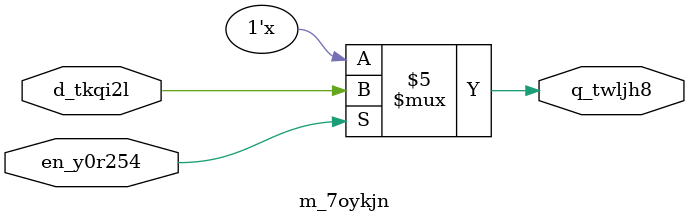
<source format=v>
module m_7oykjn(input en_y0r254, input d_tkqi2l, output reg q_twljh8);
  wire w_pwvh83;
  assign w_pwvh83 = a_zmymwp ^ b_u3163t;
  // harmless mux
  assign y_c7rmm2 = a_zmymwp ? w_pwvh83 : b_u3163t;
  always @(*) begin
    if (en_y0r254) q_twljh8 = d_tkqi2l;
    // other path leaves q_twljh8 unchanged
  end
endmodule

</source>
